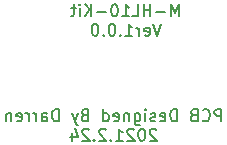
<source format=gbr>
%TF.GenerationSoftware,KiCad,Pcbnew,(5.1.9)-1*%
%TF.CreationDate,2021-02-24T20:28:46+08:00*%
%TF.ProjectId,M-HL10-kit,4d2d484c-3130-42d6-9b69-742e6b696361,rev?*%
%TF.SameCoordinates,Original*%
%TF.FileFunction,Legend,Bot*%
%TF.FilePolarity,Positive*%
%FSLAX46Y46*%
G04 Gerber Fmt 4.6, Leading zero omitted, Abs format (unit mm)*
G04 Created by KiCad (PCBNEW (5.1.9)-1) date 2021-02-24 20:28:46*
%MOMM*%
%LPD*%
G01*
G04 APERTURE LIST*
%ADD10C,0.150000*%
G04 APERTURE END LIST*
D10*
X195738190Y-89797380D02*
X195738190Y-88797380D01*
X195404857Y-89511666D01*
X195071523Y-88797380D01*
X195071523Y-89797380D01*
X194595333Y-89416428D02*
X193833428Y-89416428D01*
X193357238Y-89797380D02*
X193357238Y-88797380D01*
X193357238Y-89273571D02*
X192785809Y-89273571D01*
X192785809Y-89797380D02*
X192785809Y-88797380D01*
X191833428Y-89797380D02*
X192309619Y-89797380D01*
X192309619Y-88797380D01*
X190976285Y-89797380D02*
X191547714Y-89797380D01*
X191262000Y-89797380D02*
X191262000Y-88797380D01*
X191357238Y-88940238D01*
X191452476Y-89035476D01*
X191547714Y-89083095D01*
X190357238Y-88797380D02*
X190262000Y-88797380D01*
X190166761Y-88845000D01*
X190119142Y-88892619D01*
X190071523Y-88987857D01*
X190023904Y-89178333D01*
X190023904Y-89416428D01*
X190071523Y-89606904D01*
X190119142Y-89702142D01*
X190166761Y-89749761D01*
X190262000Y-89797380D01*
X190357238Y-89797380D01*
X190452476Y-89749761D01*
X190500095Y-89702142D01*
X190547714Y-89606904D01*
X190595333Y-89416428D01*
X190595333Y-89178333D01*
X190547714Y-88987857D01*
X190500095Y-88892619D01*
X190452476Y-88845000D01*
X190357238Y-88797380D01*
X189595333Y-89416428D02*
X188833428Y-89416428D01*
X188357238Y-89797380D02*
X188357238Y-88797380D01*
X187785809Y-89797380D02*
X188214380Y-89225952D01*
X187785809Y-88797380D02*
X188357238Y-89368809D01*
X187357238Y-89797380D02*
X187357238Y-89130714D01*
X187357238Y-88797380D02*
X187404857Y-88845000D01*
X187357238Y-88892619D01*
X187309619Y-88845000D01*
X187357238Y-88797380D01*
X187357238Y-88892619D01*
X187023904Y-89130714D02*
X186642952Y-89130714D01*
X186881047Y-88797380D02*
X186881047Y-89654523D01*
X186833428Y-89749761D01*
X186738190Y-89797380D01*
X186642952Y-89797380D01*
X194238190Y-90447380D02*
X193904857Y-91447380D01*
X193571523Y-90447380D01*
X192857238Y-91399761D02*
X192952476Y-91447380D01*
X193142952Y-91447380D01*
X193238190Y-91399761D01*
X193285809Y-91304523D01*
X193285809Y-90923571D01*
X193238190Y-90828333D01*
X193142952Y-90780714D01*
X192952476Y-90780714D01*
X192857238Y-90828333D01*
X192809619Y-90923571D01*
X192809619Y-91018809D01*
X193285809Y-91114047D01*
X192381047Y-91447380D02*
X192381047Y-90780714D01*
X192381047Y-90971190D02*
X192333428Y-90875952D01*
X192285809Y-90828333D01*
X192190571Y-90780714D01*
X192095333Y-90780714D01*
X191238190Y-91447380D02*
X191809619Y-91447380D01*
X191523904Y-91447380D02*
X191523904Y-90447380D01*
X191619142Y-90590238D01*
X191714380Y-90685476D01*
X191809619Y-90733095D01*
X190809619Y-91352142D02*
X190762000Y-91399761D01*
X190809619Y-91447380D01*
X190857238Y-91399761D01*
X190809619Y-91352142D01*
X190809619Y-91447380D01*
X190142952Y-90447380D02*
X190047714Y-90447380D01*
X189952476Y-90495000D01*
X189904857Y-90542619D01*
X189857238Y-90637857D01*
X189809619Y-90828333D01*
X189809619Y-91066428D01*
X189857238Y-91256904D01*
X189904857Y-91352142D01*
X189952476Y-91399761D01*
X190047714Y-91447380D01*
X190142952Y-91447380D01*
X190238190Y-91399761D01*
X190285809Y-91352142D01*
X190333428Y-91256904D01*
X190381047Y-91066428D01*
X190381047Y-90828333D01*
X190333428Y-90637857D01*
X190285809Y-90542619D01*
X190238190Y-90495000D01*
X190142952Y-90447380D01*
X189381047Y-91352142D02*
X189333428Y-91399761D01*
X189381047Y-91447380D01*
X189428666Y-91399761D01*
X189381047Y-91352142D01*
X189381047Y-91447380D01*
X188714380Y-90447380D02*
X188619142Y-90447380D01*
X188523904Y-90495000D01*
X188476285Y-90542619D01*
X188428666Y-90637857D01*
X188381047Y-90828333D01*
X188381047Y-91066428D01*
X188428666Y-91256904D01*
X188476285Y-91352142D01*
X188523904Y-91399761D01*
X188619142Y-91447380D01*
X188714380Y-91447380D01*
X188809619Y-91399761D01*
X188857238Y-91352142D01*
X188904857Y-91256904D01*
X188952476Y-91066428D01*
X188952476Y-90828333D01*
X188904857Y-90637857D01*
X188857238Y-90542619D01*
X188809619Y-90495000D01*
X188714380Y-90447380D01*
X199341238Y-98687380D02*
X199341238Y-97687380D01*
X198960285Y-97687380D01*
X198865047Y-97735000D01*
X198817428Y-97782619D01*
X198769809Y-97877857D01*
X198769809Y-98020714D01*
X198817428Y-98115952D01*
X198865047Y-98163571D01*
X198960285Y-98211190D01*
X199341238Y-98211190D01*
X197769809Y-98592142D02*
X197817428Y-98639761D01*
X197960285Y-98687380D01*
X198055523Y-98687380D01*
X198198380Y-98639761D01*
X198293619Y-98544523D01*
X198341238Y-98449285D01*
X198388857Y-98258809D01*
X198388857Y-98115952D01*
X198341238Y-97925476D01*
X198293619Y-97830238D01*
X198198380Y-97735000D01*
X198055523Y-97687380D01*
X197960285Y-97687380D01*
X197817428Y-97735000D01*
X197769809Y-97782619D01*
X197007904Y-98163571D02*
X196865047Y-98211190D01*
X196817428Y-98258809D01*
X196769809Y-98354047D01*
X196769809Y-98496904D01*
X196817428Y-98592142D01*
X196865047Y-98639761D01*
X196960285Y-98687380D01*
X197341238Y-98687380D01*
X197341238Y-97687380D01*
X197007904Y-97687380D01*
X196912666Y-97735000D01*
X196865047Y-97782619D01*
X196817428Y-97877857D01*
X196817428Y-97973095D01*
X196865047Y-98068333D01*
X196912666Y-98115952D01*
X197007904Y-98163571D01*
X197341238Y-98163571D01*
X195579333Y-98687380D02*
X195579333Y-97687380D01*
X195341238Y-97687380D01*
X195198380Y-97735000D01*
X195103142Y-97830238D01*
X195055523Y-97925476D01*
X195007904Y-98115952D01*
X195007904Y-98258809D01*
X195055523Y-98449285D01*
X195103142Y-98544523D01*
X195198380Y-98639761D01*
X195341238Y-98687380D01*
X195579333Y-98687380D01*
X194198380Y-98639761D02*
X194293619Y-98687380D01*
X194484095Y-98687380D01*
X194579333Y-98639761D01*
X194626952Y-98544523D01*
X194626952Y-98163571D01*
X194579333Y-98068333D01*
X194484095Y-98020714D01*
X194293619Y-98020714D01*
X194198380Y-98068333D01*
X194150761Y-98163571D01*
X194150761Y-98258809D01*
X194626952Y-98354047D01*
X193769809Y-98639761D02*
X193674571Y-98687380D01*
X193484095Y-98687380D01*
X193388857Y-98639761D01*
X193341238Y-98544523D01*
X193341238Y-98496904D01*
X193388857Y-98401666D01*
X193484095Y-98354047D01*
X193626952Y-98354047D01*
X193722190Y-98306428D01*
X193769809Y-98211190D01*
X193769809Y-98163571D01*
X193722190Y-98068333D01*
X193626952Y-98020714D01*
X193484095Y-98020714D01*
X193388857Y-98068333D01*
X192912666Y-98687380D02*
X192912666Y-98020714D01*
X192912666Y-97687380D02*
X192960285Y-97735000D01*
X192912666Y-97782619D01*
X192865047Y-97735000D01*
X192912666Y-97687380D01*
X192912666Y-97782619D01*
X192007904Y-98020714D02*
X192007904Y-98830238D01*
X192055523Y-98925476D01*
X192103142Y-98973095D01*
X192198380Y-99020714D01*
X192341238Y-99020714D01*
X192436476Y-98973095D01*
X192007904Y-98639761D02*
X192103142Y-98687380D01*
X192293619Y-98687380D01*
X192388857Y-98639761D01*
X192436476Y-98592142D01*
X192484095Y-98496904D01*
X192484095Y-98211190D01*
X192436476Y-98115952D01*
X192388857Y-98068333D01*
X192293619Y-98020714D01*
X192103142Y-98020714D01*
X192007904Y-98068333D01*
X191531714Y-98020714D02*
X191531714Y-98687380D01*
X191531714Y-98115952D02*
X191484095Y-98068333D01*
X191388857Y-98020714D01*
X191246000Y-98020714D01*
X191150761Y-98068333D01*
X191103142Y-98163571D01*
X191103142Y-98687380D01*
X190246000Y-98639761D02*
X190341238Y-98687380D01*
X190531714Y-98687380D01*
X190626952Y-98639761D01*
X190674571Y-98544523D01*
X190674571Y-98163571D01*
X190626952Y-98068333D01*
X190531714Y-98020714D01*
X190341238Y-98020714D01*
X190246000Y-98068333D01*
X190198380Y-98163571D01*
X190198380Y-98258809D01*
X190674571Y-98354047D01*
X189341238Y-98687380D02*
X189341238Y-97687380D01*
X189341238Y-98639761D02*
X189436476Y-98687380D01*
X189626952Y-98687380D01*
X189722190Y-98639761D01*
X189769809Y-98592142D01*
X189817428Y-98496904D01*
X189817428Y-98211190D01*
X189769809Y-98115952D01*
X189722190Y-98068333D01*
X189626952Y-98020714D01*
X189436476Y-98020714D01*
X189341238Y-98068333D01*
X187769809Y-98163571D02*
X187626952Y-98211190D01*
X187579333Y-98258809D01*
X187531714Y-98354047D01*
X187531714Y-98496904D01*
X187579333Y-98592142D01*
X187626952Y-98639761D01*
X187722190Y-98687380D01*
X188103142Y-98687380D01*
X188103142Y-97687380D01*
X187769809Y-97687380D01*
X187674571Y-97735000D01*
X187626952Y-97782619D01*
X187579333Y-97877857D01*
X187579333Y-97973095D01*
X187626952Y-98068333D01*
X187674571Y-98115952D01*
X187769809Y-98163571D01*
X188103142Y-98163571D01*
X187198380Y-98020714D02*
X186960285Y-98687380D01*
X186722190Y-98020714D02*
X186960285Y-98687380D01*
X187055523Y-98925476D01*
X187103142Y-98973095D01*
X187198380Y-99020714D01*
X185579333Y-98687380D02*
X185579333Y-97687380D01*
X185341238Y-97687380D01*
X185198380Y-97735000D01*
X185103142Y-97830238D01*
X185055523Y-97925476D01*
X185007904Y-98115952D01*
X185007904Y-98258809D01*
X185055523Y-98449285D01*
X185103142Y-98544523D01*
X185198380Y-98639761D01*
X185341238Y-98687380D01*
X185579333Y-98687380D01*
X184150761Y-98687380D02*
X184150761Y-98163571D01*
X184198380Y-98068333D01*
X184293619Y-98020714D01*
X184484095Y-98020714D01*
X184579333Y-98068333D01*
X184150761Y-98639761D02*
X184246000Y-98687380D01*
X184484095Y-98687380D01*
X184579333Y-98639761D01*
X184626952Y-98544523D01*
X184626952Y-98449285D01*
X184579333Y-98354047D01*
X184484095Y-98306428D01*
X184246000Y-98306428D01*
X184150761Y-98258809D01*
X183674571Y-98687380D02*
X183674571Y-98020714D01*
X183674571Y-98211190D02*
X183626952Y-98115952D01*
X183579333Y-98068333D01*
X183484095Y-98020714D01*
X183388857Y-98020714D01*
X183055523Y-98687380D02*
X183055523Y-98020714D01*
X183055523Y-98211190D02*
X183007904Y-98115952D01*
X182960285Y-98068333D01*
X182865047Y-98020714D01*
X182769809Y-98020714D01*
X182055523Y-98639761D02*
X182150761Y-98687380D01*
X182341238Y-98687380D01*
X182436476Y-98639761D01*
X182484095Y-98544523D01*
X182484095Y-98163571D01*
X182436476Y-98068333D01*
X182341238Y-98020714D01*
X182150761Y-98020714D01*
X182055523Y-98068333D01*
X182007904Y-98163571D01*
X182007904Y-98258809D01*
X182484095Y-98354047D01*
X181579333Y-98020714D02*
X181579333Y-98687380D01*
X181579333Y-98115952D02*
X181531714Y-98068333D01*
X181436476Y-98020714D01*
X181293619Y-98020714D01*
X181198380Y-98068333D01*
X181150761Y-98163571D01*
X181150761Y-98687380D01*
X193865047Y-99432619D02*
X193817428Y-99385000D01*
X193722190Y-99337380D01*
X193484095Y-99337380D01*
X193388857Y-99385000D01*
X193341238Y-99432619D01*
X193293619Y-99527857D01*
X193293619Y-99623095D01*
X193341238Y-99765952D01*
X193912666Y-100337380D01*
X193293619Y-100337380D01*
X192674571Y-99337380D02*
X192579333Y-99337380D01*
X192484095Y-99385000D01*
X192436476Y-99432619D01*
X192388857Y-99527857D01*
X192341238Y-99718333D01*
X192341238Y-99956428D01*
X192388857Y-100146904D01*
X192436476Y-100242142D01*
X192484095Y-100289761D01*
X192579333Y-100337380D01*
X192674571Y-100337380D01*
X192769809Y-100289761D01*
X192817428Y-100242142D01*
X192865047Y-100146904D01*
X192912666Y-99956428D01*
X192912666Y-99718333D01*
X192865047Y-99527857D01*
X192817428Y-99432619D01*
X192769809Y-99385000D01*
X192674571Y-99337380D01*
X191960285Y-99432619D02*
X191912666Y-99385000D01*
X191817428Y-99337380D01*
X191579333Y-99337380D01*
X191484095Y-99385000D01*
X191436476Y-99432619D01*
X191388857Y-99527857D01*
X191388857Y-99623095D01*
X191436476Y-99765952D01*
X192007904Y-100337380D01*
X191388857Y-100337380D01*
X190436476Y-100337380D02*
X191007904Y-100337380D01*
X190722190Y-100337380D02*
X190722190Y-99337380D01*
X190817428Y-99480238D01*
X190912666Y-99575476D01*
X191007904Y-99623095D01*
X190007904Y-100242142D02*
X189960285Y-100289761D01*
X190007904Y-100337380D01*
X190055523Y-100289761D01*
X190007904Y-100242142D01*
X190007904Y-100337380D01*
X189579333Y-99432619D02*
X189531714Y-99385000D01*
X189436476Y-99337380D01*
X189198380Y-99337380D01*
X189103142Y-99385000D01*
X189055523Y-99432619D01*
X189007904Y-99527857D01*
X189007904Y-99623095D01*
X189055523Y-99765952D01*
X189626952Y-100337380D01*
X189007904Y-100337380D01*
X188579333Y-100242142D02*
X188531714Y-100289761D01*
X188579333Y-100337380D01*
X188626952Y-100289761D01*
X188579333Y-100242142D01*
X188579333Y-100337380D01*
X188150761Y-99432619D02*
X188103142Y-99385000D01*
X188007904Y-99337380D01*
X187769809Y-99337380D01*
X187674571Y-99385000D01*
X187626952Y-99432619D01*
X187579333Y-99527857D01*
X187579333Y-99623095D01*
X187626952Y-99765952D01*
X188198380Y-100337380D01*
X187579333Y-100337380D01*
X186722190Y-99670714D02*
X186722190Y-100337380D01*
X186960285Y-99289761D02*
X187198380Y-100004047D01*
X186579333Y-100004047D01*
M02*

</source>
